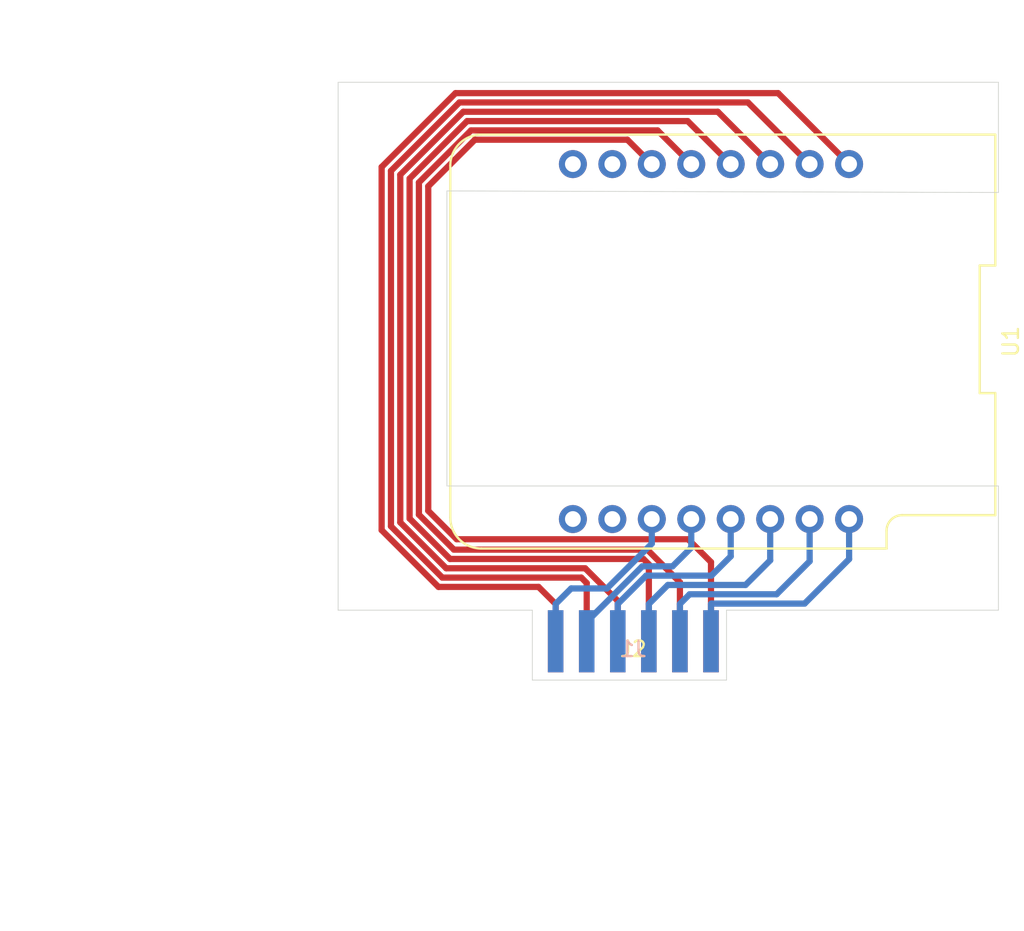
<source format=kicad_pcb>
(kicad_pcb (version 20171130) (host pcbnew 5.1.10-88a1d61d58~90~ubuntu20.04.1)

  (general
    (thickness 1.6)
    (drawings 18)
    (tracks 79)
    (zones 0)
    (modules 3)
    (nets 17)
  )

  (page A4)
  (layers
    (0 F.Cu signal)
    (31 B.Cu signal)
    (32 B.Adhes user)
    (33 F.Adhes user)
    (34 B.Paste user)
    (35 F.Paste user)
    (36 B.SilkS user)
    (37 F.SilkS user)
    (38 B.Mask user)
    (39 F.Mask user)
    (40 Dwgs.User user)
    (41 Cmts.User user)
    (42 Eco1.User user)
    (43 Eco2.User user)
    (44 Edge.Cuts user)
    (45 Margin user)
    (46 B.CrtYd user)
    (47 F.CrtYd user)
    (48 B.Fab user)
    (49 F.Fab user)
  )

  (setup
    (last_trace_width 0.4)
    (trace_clearance 0.2)
    (zone_clearance 0.508)
    (zone_45_only no)
    (trace_min 0.2)
    (via_size 0.8)
    (via_drill 0.4)
    (via_min_size 0.4)
    (via_min_drill 0.3)
    (uvia_size 0.3)
    (uvia_drill 0.1)
    (uvias_allowed no)
    (uvia_min_size 0.2)
    (uvia_min_drill 0.1)
    (edge_width 0.05)
    (segment_width 0.2)
    (pcb_text_width 0.3)
    (pcb_text_size 1.5 1.5)
    (mod_edge_width 0.12)
    (mod_text_size 1 1)
    (mod_text_width 0.15)
    (pad_size 1 4)
    (pad_drill 0)
    (pad_to_mask_clearance 0)
    (aux_axis_origin 0 0)
    (visible_elements FFFFFF7F)
    (pcbplotparams
      (layerselection 0x010c0_ffffffff)
      (usegerberextensions false)
      (usegerberattributes true)
      (usegerberadvancedattributes true)
      (creategerberjobfile true)
      (excludeedgelayer true)
      (linewidth 0.100000)
      (plotframeref false)
      (viasonmask false)
      (mode 1)
      (useauxorigin false)
      (hpglpennumber 1)
      (hpglpenspeed 20)
      (hpglpendiameter 15.000000)
      (psnegative false)
      (psa4output false)
      (plotreference true)
      (plotvalue true)
      (plotinvisibletext false)
      (padsonsilk false)
      (subtractmaskfromsilk false)
      (outputformat 1)
      (mirror false)
      (drillshape 0)
      (scaleselection 1)
      (outputdirectory "gerber"))
  )

  (net 0 "")
  (net 1 "Net-(J1-Pad1)")
  (net 2 "Net-(J1-Pad6)")
  (net 3 "Net-(J1-Pad5)")
  (net 4 "Net-(J1-Pad4)")
  (net 5 "Net-(J1-Pad2)")
  (net 6 "Net-(J1-Pad3)")
  (net 7 "Net-(J2-Pad1)")
  (net 8 "Net-(J2-Pad6)")
  (net 9 "Net-(J2-Pad5)")
  (net 10 "Net-(J2-Pad4)")
  (net 11 "Net-(J2-Pad2)")
  (net 12 "Net-(J2-Pad3)")
  (net 13 "Net-(U1-Pad16)")
  (net 14 "Net-(U1-Pad1)")
  (net 15 "Net-(U1-Pad15)")
  (net 16 "Net-(U1-Pad2)")

  (net_class Default "This is the default net class."
    (clearance 0.2)
    (trace_width 0.4)
    (via_dia 0.8)
    (via_drill 0.4)
    (uvia_dia 0.3)
    (uvia_drill 0.1)
    (add_net "Net-(J1-Pad1)")
    (add_net "Net-(J1-Pad2)")
    (add_net "Net-(J1-Pad3)")
    (add_net "Net-(J1-Pad4)")
    (add_net "Net-(J1-Pad5)")
    (add_net "Net-(J1-Pad6)")
    (add_net "Net-(J2-Pad1)")
    (add_net "Net-(J2-Pad2)")
    (add_net "Net-(J2-Pad3)")
    (add_net "Net-(J2-Pad4)")
    (add_net "Net-(J2-Pad5)")
    (add_net "Net-(J2-Pad6)")
    (add_net "Net-(U1-Pad1)")
    (add_net "Net-(U1-Pad15)")
    (add_net "Net-(U1-Pad16)")
    (add_net "Net-(U1-Pad2)")
  )

  (module wemos-d1-mini:wemos-d1-mini-connectors-only (layer F.Cu) (tedit 5EC77245) (tstamp 618CCC33)
    (at 127 108.7 180)
    (path /618B3AF6)
    (fp_text reference U1 (at -19.3 0 90) (layer F.SilkS)
      (effects (font (size 1 1) (thickness 0.15)))
    )
    (fp_text value WeMos_D1_mini (at 0 0) (layer F.Fab)
      (effects (font (size 1 1) (thickness 0.15)))
    )
    (fp_line (start -18.46 -11.33) (end -12.48 -11.33) (layer F.CrtYd) (width 0.05))
    (fp_line (start -11.48 -13.5) (end -11.48 -12.33) (layer F.CrtYd) (width 0.05))
    (fp_line (start -11.3 -13.33) (end -11.3 -13.33) (layer F.SilkS) (width 0.15))
    (fp_line (start -11.3 -12.17) (end -11.3 -13.33) (layer F.SilkS) (width 0.15))
    (fp_line (start -18.3 -11.18) (end -12.3 -11.18) (layer F.SilkS) (width 0.15))
    (fp_line (start -18.46 13.5) (end -18.46 -11.33) (layer F.CrtYd) (width 0.05))
    (fp_line (start 14.94 13.5) (end -18.46 13.5) (layer F.CrtYd) (width 0.05))
    (fp_line (start 16.94 -11.5) (end 16.94 11.5) (layer F.CrtYd) (width 0.05))
    (fp_line (start -11.48 -13.5) (end 14.85 -13.5) (layer F.CrtYd) (width 0.05))
    (fp_line (start -18.3 4.9) (end -18.3 13.329999) (layer F.SilkS) (width 0.15))
    (fp_line (start -17.3 4.9) (end -18.3 4.9) (layer F.SilkS) (width 0.15))
    (fp_line (start -17.3 -3.32) (end -17.3 4.9) (layer F.SilkS) (width 0.15))
    (fp_line (start -18.3 -3.32) (end -17.3 -3.32) (layer F.SilkS) (width 0.15))
    (fp_line (start -18.3 -11.18) (end -18.3 -3.32) (layer F.SilkS) (width 0.15))
    (fp_line (start 14.78 -13.33) (end -11.3 -13.33) (layer F.SilkS) (width 0.15))
    (fp_line (start 16.78 11.33) (end 16.78 -11.33) (layer F.SilkS) (width 0.15))
    (fp_line (start -18.3 13.33) (end 14.78 13.33) (layer F.SilkS) (width 0.15))
    (fp_arc (start -12.48 -12.33) (end -11.48 -12.33) (angle 90) (layer F.CrtYd) (width 0.05))
    (fp_arc (start -12.3 -12.18) (end -11.3 -12.18) (angle 90) (layer F.SilkS) (width 0.15))
    (fp_arc (start 14.94 -11.5) (end 14.85 -13.5) (angle 92.57657183) (layer F.CrtYd) (width 0.05))
    (fp_arc (start 14.94 11.5) (end 16.94 11.5) (angle 90) (layer F.CrtYd) (width 0.05))
    (fp_arc (start 14.78 11.33) (end 16.78 11.33) (angle 90) (layer F.SilkS) (width 0.15))
    (fp_arc (start 14.78 -11.33) (end 14.78 -13.33) (angle 90) (layer F.SilkS) (width 0.15))
    (pad 16 thru_hole circle (at 8.89 11.43 180) (size 1.8 1.8) (drill 1.016) (layers *.Cu *.Mask)
      (net 13 "Net-(U1-Pad16)"))
    (pad 1 thru_hole circle (at 8.89 -11.43 180) (size 1.8 1.8) (drill 1.016) (layers *.Cu *.Mask)
      (net 14 "Net-(U1-Pad1)"))
    (pad 15 thru_hole circle (at 6.35 11.43 180) (size 1.8 1.8) (drill 1.016) (layers *.Cu *.Mask)
      (net 15 "Net-(U1-Pad15)"))
    (pad 2 thru_hole circle (at 6.35 -11.43 180) (size 1.8 1.8) (drill 1.016) (layers *.Cu *.Mask)
      (net 16 "Net-(U1-Pad2)"))
    (pad 14 thru_hole circle (at 3.81 11.43 180) (size 1.8 1.8) (drill 1.016) (layers *.Cu *.Mask)
      (net 7 "Net-(J2-Pad1)"))
    (pad 3 thru_hole circle (at 3.81 -11.43 180) (size 1.8 1.8) (drill 1.016) (layers *.Cu *.Mask)
      (net 1 "Net-(J1-Pad1)"))
    (pad 13 thru_hole circle (at 1.27 11.43 180) (size 1.8 1.8) (drill 1.016) (layers *.Cu *.Mask)
      (net 11 "Net-(J2-Pad2)"))
    (pad 4 thru_hole circle (at 1.27 -11.43 180) (size 1.8 1.8) (drill 1.016) (layers *.Cu *.Mask)
      (net 5 "Net-(J1-Pad2)"))
    (pad 12 thru_hole circle (at -1.27 11.43 180) (size 1.8 1.8) (drill 1.016) (layers *.Cu *.Mask)
      (net 12 "Net-(J2-Pad3)"))
    (pad 5 thru_hole circle (at -1.27 -11.43 180) (size 1.8 1.8) (drill 1.016) (layers *.Cu *.Mask)
      (net 6 "Net-(J1-Pad3)"))
    (pad 11 thru_hole circle (at -3.81 11.43 180) (size 1.8 1.8) (drill 1.016) (layers *.Cu *.Mask)
      (net 10 "Net-(J2-Pad4)"))
    (pad 6 thru_hole circle (at -3.81 -11.43 180) (size 1.8 1.8) (drill 1.016) (layers *.Cu *.Mask)
      (net 4 "Net-(J1-Pad4)"))
    (pad 10 thru_hole circle (at -6.35 11.43 180) (size 1.8 1.8) (drill 1.016) (layers *.Cu *.Mask)
      (net 9 "Net-(J2-Pad5)"))
    (pad 7 thru_hole circle (at -6.35 -11.43 180) (size 1.8 1.8) (drill 1.016) (layers *.Cu *.Mask)
      (net 3 "Net-(J1-Pad5)"))
    (pad 9 thru_hole circle (at -8.89 11.43 180) (size 1.8 1.8) (drill 1.016) (layers *.Cu *.Mask)
      (net 8 "Net-(J2-Pad6)"))
    (pad 8 thru_hole circle (at -8.89 -11.43 180) (size 1.8 1.8) (drill 1.016) (layers *.Cu *.Mask)
      (net 2 "Net-(J1-Pad6)"))
    (model ${KIPRJMOD}/3dshapes/wemos_d1_mini.3dshapes/SLW-108-01-G-S.wrl
      (offset (xyz 0 -11.39999982878918 0))
      (scale (xyz 0.3937 0.3937 0.3937))
      (rotate (xyz -90 0 0))
    )
    (model ${KIPRJMOD}/3dshapes/wemos_d1_mini.3dshapes/SLW-108-01-G-S.wrl
      (offset (xyz 0 11.39999982878918 0))
      (scale (xyz 0.3937 0.3937 0.3937))
      (rotate (xyz -90 0 0))
    )
    (model ${KIPRJMOD}/3dshapes/wemos_d1_mini.3dshapes/TSW-108-05-G-S.wrl
      (offset (xyz 0 -11.39999982878918 7.299999890364999))
      (scale (xyz 0.3937 0.3937 0.3937))
      (rotate (xyz 90 0 0))
    )
    (model ${KIPRJMOD}/3dshapes/wemos_d1_mini.3dshapes/TSW-108-05-G-S.wrl
      (offset (xyz 0 11.39999982878918 7.299999890364999))
      (scale (xyz 0.3937 0.3937 0.3937))
      (rotate (xyz 90 0 0))
    )
  )

  (module edge:Edge (layer F.Cu) (tedit 618C6200) (tstamp 618CC66C)
    (at 121 128)
    (path /618D4DC9)
    (fp_text reference J2 (at 1 0.5) (layer F.SilkS)
      (effects (font (size 1 1) (thickness 0.15)))
    )
    (fp_text value Conn_01x06_Male (at 1 -0.5) (layer F.Fab)
      (effects (font (size 1 1) (thickness 0.15)))
    )
    (pad 1 connect rect (at 6 0) (size 1 4) (layers F.Cu F.Mask)
      (net 7 "Net-(J2-Pad1)"))
    (pad 6 connect rect (at -4 0) (size 1 4) (layers F.Cu F.Mask)
      (net 8 "Net-(J2-Pad6)"))
    (pad 5 connect rect (at -2 0) (size 1 4) (layers F.Cu F.Mask)
      (net 9 "Net-(J2-Pad5)"))
    (pad 4 connect rect (at 0 0) (size 1 4) (layers F.Cu F.Mask)
      (net 10 "Net-(J2-Pad4)"))
    (pad 2 connect rect (at 4 0) (size 1 4) (layers F.Cu F.Mask)
      (net 11 "Net-(J2-Pad2)"))
    (pad 3 connect rect (at 2 0) (size 1 4) (layers F.Cu F.Mask)
      (net 12 "Net-(J2-Pad3)"))
  )

  (module edge:Edge (layer B.Cu) (tedit 618C6285) (tstamp 618CC210)
    (at 123 128 180)
    (path /618B6EDB)
    (fp_text reference J1 (at 1 -0.5) (layer B.SilkS)
      (effects (font (size 1 1) (thickness 0.15)) (justify mirror))
    )
    (fp_text value Conn_01x06_Male (at 1 0.5) (layer B.Fab)
      (effects (font (size 1 1) (thickness 0.15)) (justify mirror))
    )
    (pad 1 connect rect (at 6 0 180) (size 1 4) (layers B.Cu B.Mask)
      (net 1 "Net-(J1-Pad1)"))
    (pad 6 connect rect (at -4 0 180) (size 1 4) (layers B.Cu B.Mask)
      (net 2 "Net-(J1-Pad6)"))
    (pad 5 connect rect (at -2 0 180) (size 1 4) (layers B.Cu B.Mask)
      (net 3 "Net-(J1-Pad5)"))
    (pad 4 connect rect (at 0 0 180) (size 1 4) (layers B.Cu B.Mask)
      (net 4 "Net-(J1-Pad4)"))
    (pad 2 connect rect (at 4 0 180) (size 1 4) (layers B.Cu B.Mask)
      (net 5 "Net-(J1-Pad2)"))
    (pad 3 connect rect (at 2 0 180) (size 1 4) (layers B.Cu B.Mask)
      (net 6 "Net-(J1-Pad3)"))
  )

  (dimension 38.5 (width 0.15) (layer Dwgs.User)
    (gr_text "38.500 mm" (at 84.9 111.25 90) (layer Dwgs.User)
      (effects (font (size 1 1) (thickness 0.15)))
    )
    (feature1 (pts (xy 115.5 92) (xy 85.613579 92)))
    (feature2 (pts (xy 115.5 130.5) (xy 85.613579 130.5)))
    (crossbar (pts (xy 86.2 130.5) (xy 86.2 92)))
    (arrow1a (pts (xy 86.2 92) (xy 86.786421 93.126504)))
    (arrow1b (pts (xy 86.2 92) (xy 85.613579 93.126504)))
    (arrow2a (pts (xy 86.2 130.5) (xy 86.786421 129.373496)))
    (arrow2b (pts (xy 86.2 130.5) (xy 85.613579 129.373496)))
  )
  (dimension 42.5 (width 0.15) (layer Dwgs.User)
    (gr_text "42.500 mm" (at 124.25 87.4) (layer Dwgs.User)
      (effects (font (size 1 1) (thickness 0.15)))
    )
    (feature1 (pts (xy 145.5 92) (xy 145.5 88.113579)))
    (feature2 (pts (xy 103 92) (xy 103 88.113579)))
    (crossbar (pts (xy 103 88.7) (xy 145.5 88.7)))
    (arrow1a (pts (xy 145.5 88.7) (xy 144.373496 89.286421)))
    (arrow1b (pts (xy 145.5 88.7) (xy 144.373496 88.113579)))
    (arrow2a (pts (xy 103 88.7) (xy 104.126504 89.286421)))
    (arrow2b (pts (xy 103 88.7) (xy 104.126504 88.113579)))
  )
  (gr_line (start 145.5 92) (end 103 92) (layer Edge.Cuts) (width 0.05))
  (gr_line (start 145.5 99.1) (end 145.5 92) (layer Edge.Cuts) (width 0.05))
  (gr_line (start 110 99) (end 145.5 99.1) (layer Edge.Cuts) (width 0.05))
  (gr_line (start 110 118) (end 110 99) (layer Edge.Cuts) (width 0.05))
  (gr_line (start 145.5 118) (end 110 118) (layer Edge.Cuts) (width 0.05))
  (gr_line (start 145.5 126) (end 145.5 118) (layer Edge.Cuts) (width 0.05))
  (dimension 6.5 (width 0.15) (layer Dwgs.User)
    (gr_text "6.500 mm" (at 118.75 134.6) (layer Dwgs.User)
      (effects (font (size 1 1) (thickness 0.15)))
    )
    (feature1 (pts (xy 115.5 130.5) (xy 115.5 133.886421)))
    (feature2 (pts (xy 122 130.5) (xy 122 133.886421)))
    (crossbar (pts (xy 122 133.3) (xy 115.5 133.3)))
    (arrow1a (pts (xy 115.5 133.3) (xy 116.626504 132.713579)))
    (arrow1b (pts (xy 115.5 133.3) (xy 116.626504 133.886421)))
    (arrow2a (pts (xy 122 133.3) (xy 120.873496 132.713579)))
    (arrow2b (pts (xy 122 133.3) (xy 120.873496 133.886421)))
  )
  (dimension 6 (width 0.15) (layer Dwgs.User)
    (gr_text "6.000 mm" (at 125 134.6) (layer Dwgs.User)
      (effects (font (size 1 1) (thickness 0.15)))
    )
    (feature1 (pts (xy 128 130.5) (xy 128 133.886421)))
    (feature2 (pts (xy 122 130.5) (xy 122 133.886421)))
    (crossbar (pts (xy 122 133.3) (xy 128 133.3)))
    (arrow1a (pts (xy 128 133.3) (xy 126.873496 133.886421)))
    (arrow1b (pts (xy 128 133.3) (xy 126.873496 132.713579)))
    (arrow2a (pts (xy 122 133.3) (xy 123.126504 133.886421)))
    (arrow2b (pts (xy 122 133.3) (xy 123.126504 132.713579)))
  )
  (gr_line (start 128 126) (end 145.5 126) (layer Edge.Cuts) (width 0.05))
  (gr_line (start 103 126) (end 103 92) (layer Edge.Cuts) (width 0.05))
  (gr_line (start 115.5 126) (end 103 126) (layer Edge.Cuts) (width 0.05))
  (gr_line (start 115.5 130.5) (end 115.5 126) (layer Edge.Cuts) (width 0.05))
  (gr_line (start 128 130.5) (end 115.5 130.5) (layer Edge.Cuts) (width 0.05))
  (gr_line (start 128 126) (end 128 130.5) (layer Edge.Cuts) (width 0.05))
  (dimension 24 (width 0.15) (layer Dwgs.User) (tstamp 618CC680)
    (gr_text "24.000 mm" (at 134 147.3) (layer Dwgs.User) (tstamp 618CC680)
      (effects (font (size 1 1) (thickness 0.15)))
    )
    (feature1 (pts (xy 122 124) (xy 122 146.586421)))
    (feature2 (pts (xy 146 124) (xy 146 146.586421)))
    (crossbar (pts (xy 146 146) (xy 122 146)))
    (arrow1a (pts (xy 122 146) (xy 123.126504 145.413579)))
    (arrow1b (pts (xy 122 146) (xy 123.126504 146.586421)))
    (arrow2a (pts (xy 146 146) (xy 144.873496 145.413579)))
    (arrow2b (pts (xy 146 146) (xy 144.873496 146.586421)))
  )
  (dimension 48 (width 0.15) (layer Dwgs.User) (tstamp 618CC654)
    (gr_text "48.000 mm" (at 122 143.3) (layer Dwgs.User) (tstamp 618CC654)
      (effects (font (size 1 1) (thickness 0.15)))
    )
    (feature1 (pts (xy 98 124) (xy 98 142.586421)))
    (feature2 (pts (xy 146 124) (xy 146 142.586421)))
    (crossbar (pts (xy 146 142) (xy 98 142)))
    (arrow1a (pts (xy 98 142) (xy 99.126504 141.413579)))
    (arrow1b (pts (xy 98 142) (xy 99.126504 142.586421)))
    (arrow2a (pts (xy 146 142) (xy 144.873496 141.413579)))
    (arrow2b (pts (xy 146 142) (xy 144.873496 142.586421)))
  )

  (segment (start 117 125.6) (end 117 128) (width 0.4) (layer B.Cu) (net 1))
  (segment (start 118 124.6) (end 117 125.6) (width 0.4) (layer B.Cu) (net 1))
  (segment (start 120.302916 124.6) (end 118 124.6) (width 0.4) (layer B.Cu) (net 1))
  (segment (start 123.19 121.712916) (end 120.302916 124.6) (width 0.4) (layer B.Cu) (net 1))
  (segment (start 123.19 120.13) (end 123.19 121.712916) (width 0.4) (layer B.Cu) (net 1))
  (segment (start 127 125.6) (end 127.02501 125.57499) (width 0.4) (layer B.Cu) (net 2))
  (segment (start 127 128) (end 127 125.6) (width 0.4) (layer B.Cu) (net 2))
  (segment (start 127.02501 125.57499) (end 133.02501 125.57499) (width 0.4) (layer B.Cu) (net 2))
  (segment (start 135.89 122.71) (end 135.89 120.13) (width 0.4) (layer B.Cu) (net 2))
  (segment (start 133.02501 125.57499) (end 135.89 122.71) (width 0.4) (layer B.Cu) (net 2))
  (segment (start 125 125.6) (end 125.62502 124.97498) (width 0.4) (layer B.Cu) (net 3))
  (segment (start 125 128) (end 125 125.6) (width 0.4) (layer B.Cu) (net 3))
  (segment (start 125.62502 124.97498) (end 131.22502 124.97498) (width 0.4) (layer B.Cu) (net 3))
  (segment (start 133.35 122.85) (end 133.35 120.13) (width 0.4) (layer B.Cu) (net 3))
  (segment (start 131.22502 124.97498) (end 133.35 122.85) (width 0.4) (layer B.Cu) (net 3))
  (segment (start 123 125.6) (end 124.22503 124.37497) (width 0.4) (layer B.Cu) (net 4))
  (segment (start 123 128) (end 123 125.6) (width 0.4) (layer B.Cu) (net 4))
  (segment (start 124.22503 124.37497) (end 129.22503 124.37497) (width 0.4) (layer B.Cu) (net 4))
  (segment (start 130.81 122.79) (end 130.81 120.13) (width 0.4) (layer B.Cu) (net 4))
  (segment (start 129.22503 124.37497) (end 130.81 122.79) (width 0.4) (layer B.Cu) (net 4))
  (segment (start 119 128) (end 119 126.751458) (width 0.4) (layer B.Cu) (net 5))
  (segment (start 119 126.751458) (end 122.576508 123.17495) (width 0.4) (layer B.Cu) (net 5))
  (segment (start 122.576508 123.17495) (end 124.52505 123.17495) (width 0.4) (layer B.Cu) (net 5))
  (segment (start 125.73 121.97) (end 125.73 120.13) (width 0.4) (layer B.Cu) (net 5))
  (segment (start 124.52505 123.17495) (end 125.73 121.97) (width 0.4) (layer B.Cu) (net 5))
  (segment (start 121 128) (end 121 126.5) (width 0.4) (layer B.Cu) (net 6))
  (segment (start 121 125.6) (end 122.82504 123.77496) (width 0.4) (layer B.Cu) (net 6))
  (segment (start 121 128) (end 121 125.6) (width 0.4) (layer B.Cu) (net 6))
  (segment (start 122.82504 123.77496) (end 127.02504 123.77496) (width 0.4) (layer B.Cu) (net 6))
  (segment (start 128.27 122.53) (end 128.27 120.13) (width 0.4) (layer B.Cu) (net 6))
  (segment (start 127.02504 123.77496) (end 128.27 122.53) (width 0.4) (layer B.Cu) (net 6))
  (segment (start 111.8 95.7) (end 121.62 95.7) (width 0.4) (layer F.Cu) (net 7))
  (segment (start 108.8 98.7) (end 111.8 95.7) (width 0.4) (layer F.Cu) (net 7))
  (segment (start 108.8 119.6) (end 108.8 98.7) (width 0.4) (layer F.Cu) (net 7))
  (segment (start 110.630001 121.430001) (end 108.8 119.6) (width 0.4) (layer F.Cu) (net 7))
  (segment (start 125.530001 121.430001) (end 110.630001 121.430001) (width 0.4) (layer F.Cu) (net 7))
  (segment (start 127 122.9) (end 125.530001 121.430001) (width 0.4) (layer F.Cu) (net 7))
  (segment (start 121.62 95.7) (end 123.19 97.27) (width 0.4) (layer F.Cu) (net 7))
  (segment (start 127 128) (end 127 122.9) (width 0.4) (layer F.Cu) (net 7))
  (segment (start 110.55734 92.69995) (end 131.31995 92.69995) (width 0.4) (layer F.Cu) (net 8))
  (segment (start 105.799955 97.457335) (end 110.55734 92.69995) (width 0.4) (layer F.Cu) (net 8))
  (segment (start 105.799954 120.842656) (end 105.799955 97.457335) (width 0.4) (layer F.Cu) (net 8))
  (segment (start 131.31995 92.69995) (end 135.89 97.27) (width 0.4) (layer F.Cu) (net 8))
  (segment (start 115.900033 124.500033) (end 109.457326 124.500033) (width 0.4) (layer F.Cu) (net 8))
  (segment (start 117 125.6) (end 115.900033 124.500033) (width 0.4) (layer F.Cu) (net 8))
  (segment (start 109.457326 124.500033) (end 105.799954 120.842656) (width 0.4) (layer F.Cu) (net 8))
  (segment (start 117 128) (end 117 125.6) (width 0.4) (layer F.Cu) (net 8))
  (segment (start 129.37996 93.29996) (end 133.35 97.27) (width 0.4) (layer F.Cu) (net 9))
  (segment (start 110.805872 93.29996) (end 129.37996 93.29996) (width 0.4) (layer F.Cu) (net 9))
  (segment (start 106.399964 97.705868) (end 110.805872 93.29996) (width 0.4) (layer F.Cu) (net 9))
  (segment (start 106.399963 120.594125) (end 106.399964 97.705868) (width 0.4) (layer F.Cu) (net 9))
  (segment (start 109.705859 123.900025) (end 106.399963 120.594125) (width 0.4) (layer F.Cu) (net 9))
  (segment (start 118.651486 123.900028) (end 109.705859 123.900025) (width 0.4) (layer F.Cu) (net 9))
  (segment (start 119 124.248542) (end 118.651486 123.900028) (width 0.4) (layer F.Cu) (net 9))
  (segment (start 119 128) (end 119 124.248542) (width 0.4) (layer F.Cu) (net 9))
  (segment (start 127.43997 93.89997) (end 130.81 97.27) (width 0.4) (layer F.Cu) (net 10))
  (segment (start 111.054404 93.89997) (end 127.43997 93.89997) (width 0.4) (layer F.Cu) (net 10))
  (segment (start 106.999973 97.954401) (end 111.054404 93.89997) (width 0.4) (layer F.Cu) (net 10))
  (segment (start 106.999972 120.345594) (end 106.999973 97.954401) (width 0.4) (layer F.Cu) (net 10))
  (segment (start 109.954392 123.300017) (end 106.999972 120.345594) (width 0.4) (layer F.Cu) (net 10))
  (segment (start 118.900019 123.300019) (end 109.954392 123.300017) (width 0.4) (layer F.Cu) (net 10))
  (segment (start 121 125.4) (end 118.900019 123.300019) (width 0.4) (layer F.Cu) (net 10))
  (segment (start 121 128) (end 121 125.4) (width 0.4) (layer F.Cu) (net 10))
  (segment (start 123.55999 95.09999) (end 125.73 97.27) (width 0.4) (layer F.Cu) (net 11))
  (segment (start 111.551468 95.09999) (end 123.55999 95.09999) (width 0.4) (layer F.Cu) (net 11))
  (segment (start 108.19999 119.848532) (end 108.199991 98.451467) (width 0.4) (layer F.Cu) (net 11))
  (segment (start 110.451458 122.1) (end 108.19999 119.848532) (width 0.4) (layer F.Cu) (net 11))
  (segment (start 122.9 122.1) (end 110.451458 122.1) (width 0.4) (layer F.Cu) (net 11))
  (segment (start 108.199991 98.451467) (end 111.551468 95.09999) (width 0.4) (layer F.Cu) (net 11))
  (segment (start 125 124.2) (end 122.9 122.1) (width 0.4) (layer F.Cu) (net 11))
  (segment (start 125 128) (end 125 124.2) (width 0.4) (layer F.Cu) (net 11))
  (segment (start 125.49998 94.49998) (end 128.27 97.27) (width 0.4) (layer F.Cu) (net 12))
  (segment (start 111.302936 94.49998) (end 125.49998 94.49998) (width 0.4) (layer F.Cu) (net 12))
  (segment (start 107.599982 98.202934) (end 111.302936 94.49998) (width 0.4) (layer F.Cu) (net 12))
  (segment (start 107.599981 120.097063) (end 107.599982 98.202934) (width 0.4) (layer F.Cu) (net 12))
  (segment (start 110.202925 122.700009) (end 107.599981 120.097063) (width 0.4) (layer F.Cu) (net 12))
  (segment (start 122.651468 122.70001) (end 110.202925 122.700009) (width 0.4) (layer F.Cu) (net 12))
  (segment (start 123 123.048542) (end 122.651468 122.70001) (width 0.4) (layer F.Cu) (net 12))
  (segment (start 123 128) (end 123 123.048542) (width 0.4) (layer F.Cu) (net 12))

)

</source>
